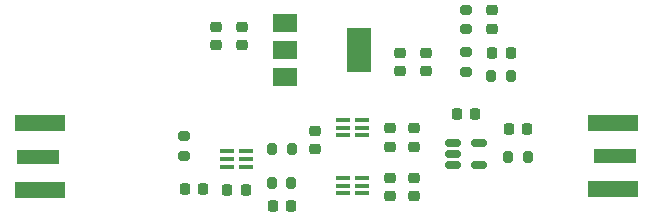
<source format=gbr>
%TF.GenerationSoftware,KiCad,Pcbnew,7.0.1*%
%TF.CreationDate,2023-04-01T22:12:37+02:00*%
%TF.ProjectId,OpenSPS_PCB,4f70656e-5350-4535-9f50-43422e6b6963,rev?*%
%TF.SameCoordinates,Original*%
%TF.FileFunction,Paste,Top*%
%TF.FilePolarity,Positive*%
%FSLAX46Y46*%
G04 Gerber Fmt 4.6, Leading zero omitted, Abs format (unit mm)*
G04 Created by KiCad (PCBNEW 7.0.1) date 2023-04-01 22:12:37*
%MOMM*%
%LPD*%
G01*
G04 APERTURE LIST*
G04 Aperture macros list*
%AMRoundRect*
0 Rectangle with rounded corners*
0 $1 Rounding radius*
0 $2 $3 $4 $5 $6 $7 $8 $9 X,Y pos of 4 corners*
0 Add a 4 corners polygon primitive as box body*
4,1,4,$2,$3,$4,$5,$6,$7,$8,$9,$2,$3,0*
0 Add four circle primitives for the rounded corners*
1,1,$1+$1,$2,$3*
1,1,$1+$1,$4,$5*
1,1,$1+$1,$6,$7*
1,1,$1+$1,$8,$9*
0 Add four rect primitives between the rounded corners*
20,1,$1+$1,$2,$3,$4,$5,0*
20,1,$1+$1,$4,$5,$6,$7,0*
20,1,$1+$1,$6,$7,$8,$9,0*
20,1,$1+$1,$8,$9,$2,$3,0*%
G04 Aperture macros list end*
%ADD10RoundRect,0.200000X0.275000X-0.200000X0.275000X0.200000X-0.275000X0.200000X-0.275000X-0.200000X0*%
%ADD11RoundRect,0.200000X-0.200000X-0.275000X0.200000X-0.275000X0.200000X0.275000X-0.200000X0.275000X0*%
%ADD12RoundRect,0.225000X0.250000X-0.225000X0.250000X0.225000X-0.250000X0.225000X-0.250000X-0.225000X0*%
%ADD13RoundRect,0.218750X0.218750X0.256250X-0.218750X0.256250X-0.218750X-0.256250X0.218750X-0.256250X0*%
%ADD14R,1.200000X0.399999*%
%ADD15R,2.000000X1.500000*%
%ADD16R,2.000000X3.800000*%
%ADD17RoundRect,0.225000X0.225000X0.250000X-0.225000X0.250000X-0.225000X-0.250000X0.225000X-0.250000X0*%
%ADD18RoundRect,0.225000X-0.225000X-0.250000X0.225000X-0.250000X0.225000X0.250000X-0.225000X0.250000X0*%
%ADD19R,4.200000X1.350000*%
%ADD20R,3.600000X1.270000*%
%ADD21RoundRect,0.150000X-0.512500X-0.150000X0.512500X-0.150000X0.512500X0.150000X-0.512500X0.150000X0*%
%ADD22RoundRect,0.225000X-0.250000X0.225000X-0.250000X-0.225000X0.250000X-0.225000X0.250000X0.225000X0*%
%ADD23RoundRect,0.200000X0.200000X0.275000X-0.200000X0.275000X-0.200000X-0.275000X0.200000X-0.275000X0*%
G04 APERTURE END LIST*
D10*
%TO.C,R6*%
X143000000Y-100600000D03*
X143000000Y-98950000D03*
%TD*%
D11*
%TO.C,R2*%
X126600000Y-110750000D03*
X128250000Y-110750000D03*
%TD*%
D12*
%TO.C,C10*%
X137400000Y-104150000D03*
X137400000Y-102600000D03*
%TD*%
D13*
%TO.C,D1*%
X146775000Y-102600000D03*
X145200000Y-102600000D03*
%TD*%
D14*
%TO.C,U4*%
X132600000Y-113200000D03*
X132600000Y-113850000D03*
X132600000Y-114500000D03*
X134199999Y-114500000D03*
X134199999Y-113850000D03*
X134199999Y-113200000D03*
%TD*%
D12*
%TO.C,C6*%
X121800000Y-101950000D03*
X121800000Y-100400000D03*
%TD*%
%TO.C,C4*%
X124000000Y-101975000D03*
X124000000Y-100425000D03*
%TD*%
D15*
%TO.C,U2*%
X127650000Y-100075000D03*
X127650000Y-102375000D03*
D16*
X133950000Y-102375000D03*
D15*
X127650000Y-104675000D03*
%TD*%
D17*
%TO.C,C11*%
X143775000Y-107800000D03*
X142225000Y-107800000D03*
%TD*%
D12*
%TO.C,C15*%
X145200000Y-100575000D03*
X145200000Y-99025000D03*
%TD*%
%TO.C,C7*%
X138600000Y-114775000D03*
X138600000Y-113225000D03*
%TD*%
D17*
%TO.C,C14*%
X128175000Y-115600000D03*
X126625000Y-115600000D03*
%TD*%
D11*
%TO.C,R3*%
X126575000Y-113600000D03*
X128225000Y-113600000D03*
%TD*%
D18*
%TO.C,C2*%
X122800000Y-114200000D03*
X124350000Y-114200000D03*
%TD*%
D19*
%TO.C,Ref in*%
X106962500Y-114225000D03*
X106962500Y-108575000D03*
D20*
X106762500Y-111400000D03*
%TD*%
%TO.C,Laser out*%
X155612500Y-111350000D03*
D19*
X155412500Y-114175000D03*
X155412500Y-108525000D03*
%TD*%
D12*
%TO.C,C12*%
X139600000Y-104150000D03*
X139600000Y-102600000D03*
%TD*%
D21*
%TO.C,U5*%
X141862500Y-110250000D03*
X141862500Y-111200000D03*
X141862500Y-112150000D03*
X144137500Y-112150000D03*
X144137500Y-110250000D03*
%TD*%
D22*
%TO.C,C3*%
X138600000Y-109000000D03*
X138600000Y-110550000D03*
%TD*%
D14*
%TO.C,U3*%
X132600000Y-108300000D03*
X132600000Y-108950000D03*
X132600000Y-109600000D03*
X134199999Y-109600000D03*
X134199999Y-108950000D03*
X134199999Y-108300000D03*
%TD*%
D12*
%TO.C,C13*%
X130200000Y-110775000D03*
X130200000Y-109225000D03*
%TD*%
D10*
%TO.C,R1*%
X119100000Y-111325000D03*
X119100000Y-109675000D03*
%TD*%
D11*
%TO.C,R7*%
X146575000Y-111400000D03*
X148225000Y-111400000D03*
%TD*%
D12*
%TO.C,C8*%
X136600000Y-114775000D03*
X136600000Y-113225000D03*
%TD*%
D22*
%TO.C,C5*%
X136600000Y-109000000D03*
X136600000Y-110550000D03*
%TD*%
D23*
%TO.C,R4*%
X146800000Y-104600000D03*
X145150000Y-104600000D03*
%TD*%
D14*
%TO.C,U1*%
X124400001Y-112250001D03*
X124400001Y-111600001D03*
X124400001Y-110950001D03*
X122800002Y-110950001D03*
X122800002Y-111600001D03*
X122800002Y-112250001D03*
%TD*%
D18*
%TO.C,C9*%
X146625000Y-109100000D03*
X148175000Y-109100000D03*
%TD*%
D10*
%TO.C,R5*%
X143000000Y-104225000D03*
X143000000Y-102575000D03*
%TD*%
D17*
%TO.C,C1*%
X120775000Y-114175000D03*
X119225000Y-114175000D03*
%TD*%
M02*

</source>
